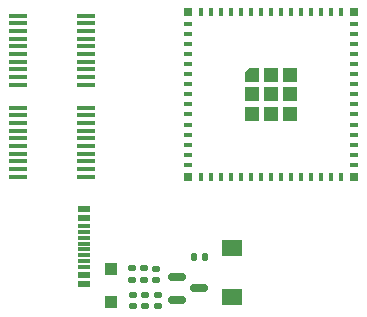
<source format=gbr>
%TF.GenerationSoftware,KiCad,Pcbnew,8.99.0-3218-gdd8f7901b1*%
%TF.CreationDate,2025-01-23T14:21:21-05:00*%
%TF.ProjectId,hack_matrix,6861636b-5f6d-4617-9472-69782e6b6963,rev?*%
%TF.SameCoordinates,Original*%
%TF.FileFunction,Paste,Top*%
%TF.FilePolarity,Positive*%
%FSLAX46Y46*%
G04 Gerber Fmt 4.6, Leading zero omitted, Abs format (unit mm)*
G04 Created by KiCad (PCBNEW 8.99.0-3218-gdd8f7901b1) date 2025-01-23 14:21:21*
%MOMM*%
%LPD*%
G01*
G04 APERTURE LIST*
G04 Aperture macros list*
%AMRoundRect*
0 Rectangle with rounded corners*
0 $1 Rounding radius*
0 $2 $3 $4 $5 $6 $7 $8 $9 X,Y pos of 4 corners*
0 Add a 4 corners polygon primitive as box body*
4,1,4,$2,$3,$4,$5,$6,$7,$8,$9,$2,$3,0*
0 Add four circle primitives for the rounded corners*
1,1,$1+$1,$2,$3*
1,1,$1+$1,$4,$5*
1,1,$1+$1,$6,$7*
1,1,$1+$1,$8,$9*
0 Add four rect primitives between the rounded corners*
20,1,$1+$1,$2,$3,$4,$5,0*
20,1,$1+$1,$4,$5,$6,$7,0*
20,1,$1+$1,$6,$7,$8,$9,0*
20,1,$1+$1,$8,$9,$2,$3,0*%
%AMOutline5P*
0 Free polygon, 5 corners , with rotation*
0 The origin of the aperture is its center*
0 number of corners: always 5*
0 $1 to $10 corner X, Y*
0 $11 Rotation angle, in degrees counterclockwise*
0 create outline with 5 corners*
4,1,5,$1,$2,$3,$4,$5,$6,$7,$8,$9,$10,$1,$2,$11*%
%AMOutline6P*
0 Free polygon, 6 corners , with rotation*
0 The origin of the aperture is its center*
0 number of corners: always 6*
0 $1 to $12 corner X, Y*
0 $13 Rotation angle, in degrees counterclockwise*
0 create outline with 6 corners*
4,1,6,$1,$2,$3,$4,$5,$6,$7,$8,$9,$10,$11,$12,$1,$2,$13*%
%AMOutline7P*
0 Free polygon, 7 corners , with rotation*
0 The origin of the aperture is its center*
0 number of corners: always 7*
0 $1 to $14 corner X, Y*
0 $15 Rotation angle, in degrees counterclockwise*
0 create outline with 7 corners*
4,1,7,$1,$2,$3,$4,$5,$6,$7,$8,$9,$10,$11,$12,$13,$14,$1,$2,$15*%
%AMOutline8P*
0 Free polygon, 8 corners , with rotation*
0 The origin of the aperture is its center*
0 number of corners: always 8*
0 $1 to $16 corner X, Y*
0 $17 Rotation angle, in degrees counterclockwise*
0 create outline with 8 corners*
4,1,8,$1,$2,$3,$4,$5,$6,$7,$8,$9,$10,$11,$12,$13,$14,$15,$16,$1,$2,$17*%
G04 Aperture macros list end*
%ADD10R,0.800000X0.400000*%
%ADD11R,0.400000X0.800000*%
%ADD12Outline5P,-0.600000X0.204000X-0.204000X0.600000X0.600000X0.600000X0.600000X-0.600000X-0.600000X-0.600000X0.000000*%
%ADD13R,1.200000X1.200000*%
%ADD14R,0.800000X0.800000*%
%ADD15RoundRect,0.051250X-0.733750X-0.153750X0.733750X-0.153750X0.733750X0.153750X-0.733750X0.153750X0*%
%ADD16RoundRect,0.140000X-0.170000X0.140000X-0.170000X-0.140000X0.170000X-0.140000X0.170000X0.140000X0*%
%ADD17R,1.140000X0.600000*%
%ADD18R,1.140000X0.300000*%
%ADD19RoundRect,0.140000X0.140000X0.170000X-0.140000X0.170000X-0.140000X-0.170000X0.140000X-0.170000X0*%
%ADD20R,1.800000X1.350000*%
%ADD21RoundRect,0.150000X-0.587500X-0.150000X0.587500X-0.150000X0.587500X0.150000X-0.587500X0.150000X0*%
%ADD22RoundRect,0.250000X-0.300000X0.300000X-0.300000X-0.300000X0.300000X-0.300000X0.300000X0.300000X0*%
%ADD23RoundRect,0.140000X0.170000X-0.140000X0.170000X0.140000X-0.170000X0.140000X-0.170000X-0.140000X0*%
%ADD24RoundRect,0.135000X0.185000X-0.135000X0.185000X0.135000X-0.185000X0.135000X-0.185000X-0.135000X0*%
G04 APERTURE END LIST*
D10*
%TO.C,U6*%
X182549154Y-68796561D03*
X182549154Y-69646561D03*
X182549154Y-70496561D03*
X182549154Y-71346561D03*
X182549154Y-72196561D03*
X182549154Y-73046561D03*
X182549154Y-73896561D03*
X182549154Y-74746561D03*
X182549154Y-75596561D03*
X182549154Y-76446561D03*
X182549154Y-77296561D03*
X182549154Y-78146561D03*
X182549154Y-78996561D03*
X182549154Y-79846561D03*
X182549154Y-80696561D03*
D11*
X183599154Y-81746561D03*
X184449154Y-81746561D03*
X185299154Y-81746561D03*
X186149154Y-81746561D03*
X186999154Y-81746561D03*
X187849154Y-81746561D03*
X188699154Y-81746561D03*
X189549154Y-81746561D03*
X190399154Y-81746561D03*
X191249154Y-81746561D03*
X192099154Y-81746561D03*
X192949154Y-81746561D03*
X193799154Y-81746561D03*
X194649154Y-81746561D03*
X195499154Y-81746561D03*
D10*
X196549154Y-80696561D03*
X196549154Y-79846561D03*
X196549154Y-78996561D03*
X196549154Y-78146561D03*
X196549154Y-77296561D03*
X196549154Y-76446561D03*
X196549154Y-75596561D03*
X196549154Y-74746561D03*
X196549154Y-73896561D03*
X196549154Y-73046561D03*
X196549154Y-72196561D03*
X196549154Y-71346561D03*
X196549154Y-70496561D03*
X196549154Y-69646561D03*
X196549154Y-68796561D03*
D11*
X195499154Y-67746561D03*
X194649154Y-67746561D03*
X193799154Y-67746561D03*
X192949154Y-67746561D03*
X192099154Y-67746561D03*
X191249154Y-67746561D03*
X190399154Y-67746561D03*
X189549154Y-67746561D03*
X188699154Y-67746561D03*
X187849154Y-67746561D03*
X186999154Y-67746561D03*
X186149154Y-67746561D03*
X185299154Y-67746561D03*
X184449154Y-67746561D03*
X183599154Y-67746561D03*
D12*
X187899154Y-73096561D03*
D13*
X187899154Y-74746561D03*
X187899154Y-76396561D03*
X189549154Y-73096561D03*
X189549154Y-74746561D03*
X189549154Y-76396561D03*
X191199154Y-73096561D03*
X191199154Y-74746561D03*
X191199154Y-76396561D03*
D14*
X182549154Y-67746561D03*
X182549154Y-81746561D03*
X196549154Y-81746561D03*
X196549154Y-67746561D03*
%TD*%
D15*
%TO.C,U5*%
X168130000Y-68075000D03*
X168130000Y-68725000D03*
X168130000Y-69375000D03*
X168130000Y-70025000D03*
X168130000Y-70675000D03*
X168130000Y-71325000D03*
X168130000Y-71975000D03*
X168130000Y-72625000D03*
X168130000Y-73275000D03*
X168130000Y-73925000D03*
X173870000Y-73925000D03*
X173870000Y-73275000D03*
X173870000Y-72625000D03*
X173870000Y-71975000D03*
X173870000Y-71325000D03*
X173870000Y-70675000D03*
X173870000Y-70025000D03*
X173870000Y-69375000D03*
X173870000Y-68725000D03*
X173870000Y-68075000D03*
%TD*%
D16*
%TO.C,C5*%
X179823587Y-89511430D03*
X179823587Y-90471430D03*
%TD*%
D17*
%TO.C,J1*%
X173750000Y-84422570D03*
X173750000Y-85222570D03*
D18*
X173750000Y-86372570D03*
X173750000Y-87372570D03*
X173750000Y-87872570D03*
X173750000Y-88872570D03*
D17*
X173750000Y-90822570D03*
X173750000Y-90022570D03*
D18*
X173750000Y-89372570D03*
X173750000Y-88372570D03*
X173750000Y-86872570D03*
X173750000Y-85872570D03*
%TD*%
D19*
%TO.C,C10*%
X183980000Y-88500000D03*
X183020000Y-88500000D03*
%TD*%
D15*
%TO.C,U1*%
X168130000Y-75873396D03*
X168130000Y-76523396D03*
X168130000Y-77173396D03*
X168130000Y-77823396D03*
X168130000Y-78473396D03*
X168130000Y-79123396D03*
X168130000Y-79773396D03*
X168130000Y-80423396D03*
X168130000Y-81073396D03*
X168130000Y-81723396D03*
X173870000Y-81723396D03*
X173870000Y-81073396D03*
X173870000Y-80423396D03*
X173870000Y-79773396D03*
X173870000Y-79123396D03*
X173870000Y-78473396D03*
X173870000Y-77823396D03*
X173870000Y-77173396D03*
X173870000Y-76523396D03*
X173870000Y-75873396D03*
%TD*%
D20*
%TO.C,SW2*%
X186281235Y-87778738D03*
X186281235Y-91928738D03*
%TD*%
D21*
%TO.C,U3*%
X181562500Y-90215677D03*
X181562500Y-92115677D03*
X183437500Y-91165677D03*
%TD*%
D22*
%TO.C,D1*%
X175981590Y-89517116D03*
X175981590Y-92317116D03*
%TD*%
D16*
%TO.C,C3*%
X178915544Y-91709385D03*
X178915544Y-92669385D03*
%TD*%
D23*
%TO.C,C6*%
X179958278Y-92668128D03*
X179958278Y-91708128D03*
%TD*%
D24*
%TO.C,R2*%
X177784613Y-90500000D03*
X177784613Y-89480000D03*
%TD*%
%TO.C,R1*%
X178784613Y-90500000D03*
X178784613Y-89480000D03*
%TD*%
D16*
%TO.C,C4*%
X177871743Y-91711559D03*
X177871743Y-92671559D03*
%TD*%
M02*

</source>
